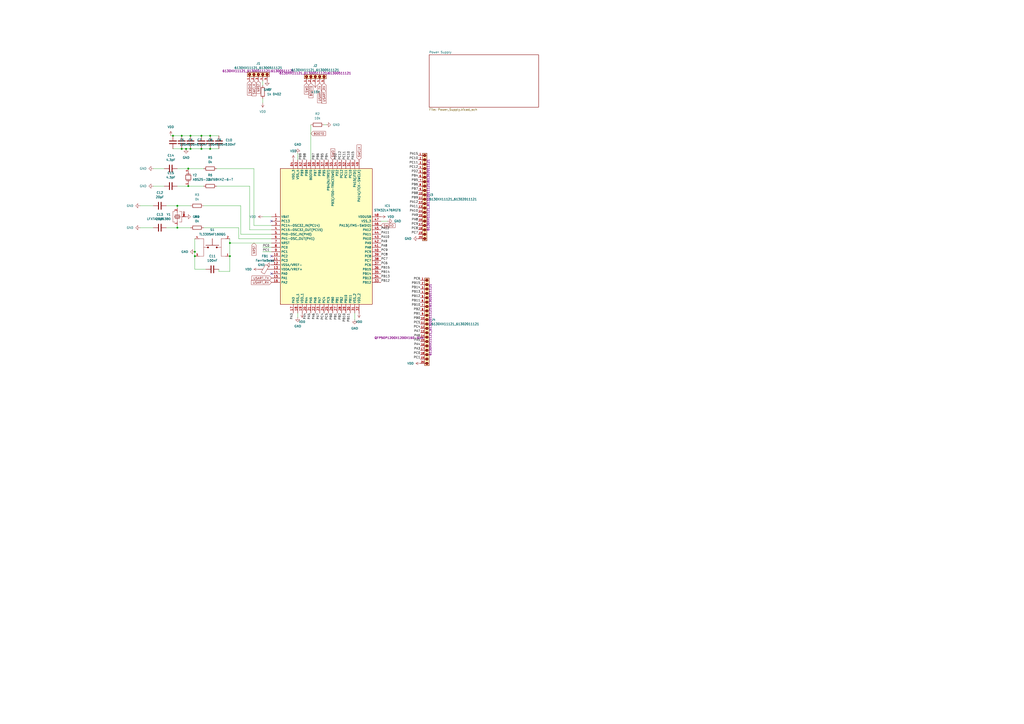
<source format=kicad_sch>
(kicad_sch (version 20231120) (generator "eeschema") (generator_version "8.0")
  (paper "A2")
  (lib_symbols
    (symbol "6130XX11121_61300511121:6130XX11121_61300511121" (pin_names (offset 1.016))
      (property "Reference" "J" (at -7.62 -1.778 0))
      (property "Value" "6130XX11121_61300511121" (at -7.62 -5.08 0))
      (symbol "6130XX11121_61300511121_0_0"
        (rectangle (start -6.35 -2.54) (end 6.35 0) (stroke (width 0.254)) (fill (type background)))
        (circle (center -5.08 -1.27) (radius 0.254) (stroke (width 0.635)))
        (circle (center -2.54 -1.27) (radius 0.254) (stroke (width 0.635)))
        (circle (center 0 -1.27) (radius 0.254) (stroke (width 0.635)))
        (polyline (pts (xy -5.08 -1.27) (xy -5.08 -2.54)) (stroke (width 0.254)))
        (polyline (pts (xy -2.54 -1.27) (xy -2.54 -2.54)) (stroke (width 0.254)))
        (polyline (pts (xy 0 -1.27) (xy 0 -2.54)) (stroke (width 0.254)))
        (polyline (pts (xy 2.54 -1.27) (xy 2.54 -2.54)) (stroke (width 0.254)))
        (polyline (pts (xy 5.08 -1.27) (xy 5.08 -2.54)) (stroke (width 0.254)))
        (circle (center 2.54 -1.27) (radius 0.254) (stroke (width 0.635)))
        (circle (center 5.08 -1.27) (radius 0.254) (stroke (width 0.635)))
        (pin passive line (at -5.08 -5.08 90) (length 2.54) (name "~") (number "1"))
        (pin passive line (at -2.54 -5.08 90) (length 2.54) (name "~") (number "2"))
        (pin passive line (at 0 -5.08 90) (length 2.54) (name "~") (number "3"))
        (pin passive line (at 2.54 -5.08 90) (length 2.54) (name "~") (number "4"))
        (pin passive line (at 5.08 -5.08 90) (length 2.54) (name "~") (number "5"))
      )
    )
    (symbol "6130XX11121_61302011121:6130XX11121_61302011121" (pin_names (offset 1.016))
      (property "Reference" "J" (at -25.4 -1.778 0))
      (property "Value" "6130XX11121_61302011121" (at -25.4 -5.08 0))
      (symbol "6130XX11121_61302011121_0_0"
        (rectangle (start -24.13 -2.54) (end 26.67 0) (stroke (width 0.254)) (fill (type background)))
        (circle (center -22.86 -1.27) (radius 0.254) (stroke (width 0.635)))
        (circle (center -20.32 -1.27) (radius 0.254) (stroke (width 0.635)))
        (circle (center -17.78 -1.27) (radius 0.254) (stroke (width 0.635)))
        (circle (center -15.24 -1.27) (radius 0.254) (stroke (width 0.635)))
        (circle (center -12.7 -1.27) (radius 0.254) (stroke (width 0.635)))
        (circle (center -10.16 -1.27) (radius 0.254) (stroke (width 0.635)))
        (circle (center -7.62 -1.27) (radius 0.254) (stroke (width 0.635)))
        (circle (center -5.08 -1.27) (radius 0.254) (stroke (width 0.635)))
        (circle (center -2.54 -1.27) (radius 0.254) (stroke (width 0.635)))
        (circle (center 0 -1.27) (radius 0.254) (stroke (width 0.635)))
        (polyline (pts (xy -22.86 -1.27) (xy -22.86 -2.54)) (stroke (width 0.254)))
        (polyline (pts (xy -20.32 -1.27) (xy -20.32 -2.54)) (stroke (width 0.254)))
        (polyline (pts (xy -17.78 -1.27) (xy -17.78 -2.54)) (stroke (width 0.254)))
        (polyline (pts (xy -15.24 -1.27) (xy -15.24 -2.54)) (stroke (width 0.254)))
        (polyline (pts (xy -12.7 -1.27) (xy -12.7 -2.54)) (stroke (width 0.254)))
        (polyline (pts (xy -10.16 -1.27) (xy -10.16 -2.54)) (stroke (width 0.254)))
        (polyline (pts (xy -7.62 -1.27) (xy -7.62 -2.54)) (stroke (width 0.254)))
        (polyline (pts (xy -5.08 -1.27) (xy -5.08 -2.54)) (stroke (width 0.254)))
        (polyline (pts (xy -2.54 -1.27) (xy -2.54 -2.54)) (stroke (width 0.254)))
        (polyline (pts (xy 0 -1.27) (xy 0 -2.54)) (stroke (width 0.254)))
        (polyline (pts (xy 2.54 -1.27) (xy 2.54 -2.54)) (stroke (width 0.254)))
        (polyline (pts (xy 5.08 -1.27) (xy 5.08 -2.54)) (stroke (width 0.254)))
        (polyline (pts (xy 7.62 -1.27) (xy 7.62 -2.54)) (stroke (width 0.254)))
        (polyline (pts (xy 10.16 -1.27) (xy 10.16 -2.54)) (stroke (width 0.254)))
        (polyline (pts (xy 12.7 -1.27) (xy 12.7 -2.54)) (stroke (width 0.254)))
        (polyline (pts (xy 15.24 -1.27) (xy 15.24 -2.54)) (stroke (width 0.254)))
        (polyline (pts (xy 17.78 -1.27) (xy 17.78 -2.54)) (stroke (width 0.254)))
        (polyline (pts (xy 20.32 -1.27) (xy 20.32 -2.54)) (stroke (width 0.254)))
        (polyline (pts (xy 22.86 -1.27) (xy 22.86 -2.54)) (stroke (width 0.254)))
        (polyline (pts (xy 25.4 -1.27) (xy 25.4 -2.54)) (stroke (width 0.254)))
        (circle (center 2.54 -1.27) (radius 0.254) (stroke (width 0.635)))
        (circle (center 5.08 -1.27) (radius 0.254) (stroke (width 0.635)))
        (circle (center 7.62 -1.27) (radius 0.254) (stroke (width 0.635)))
        (circle (center 10.16 -1.27) (radius 0.254) (stroke (width 0.635)))
        (circle (center 12.7 -1.27) (radius 0.254) (stroke (width 0.635)))
        (circle (center 15.24 -1.27) (radius 0.254) (stroke (width 0.635)))
        (circle (center 17.78 -1.27) (radius 0.254) (stroke (width 0.635)))
        (circle (center 20.32 -1.27) (radius 0.254) (stroke (width 0.635)))
        (circle (center 22.86 -1.27) (radius 0.254) (stroke (width 0.635)))
        (circle (center 25.4 -1.27) (radius 0.254) (stroke (width 0.635)))
        (pin passive line (at -22.86 -5.08 90) (length 2.54) (name "~") (number "1"))
        (pin passive line (at 0 -5.08 90) (length 2.54) (name "~") (number "10"))
        (pin passive line (at 2.54 -5.08 90) (length 2.54) (name "~") (number "11"))
        (pin passive line (at 5.08 -5.08 90) (length 2.54) (name "~") (number "12"))
        (pin passive line (at 7.62 -5.08 90) (length 2.54) (name "~") (number "13"))
        (pin passive line (at 10.16 -5.08 90) (length 2.54) (name "~") (number "14"))
        (pin passive line (at 12.7 -5.08 90) (length 2.54) (name "~") (number "15"))
        (pin passive line (at 15.24 -5.08 90) (length 2.54) (name "~") (number "16"))
        (pin passive line (at 17.78 -5.08 90) (length 2.54) (name "~") (number "17"))
        (pin passive line (at 20.32 -5.08 90) (length 2.54) (name "~") (number "18"))
        (pin passive line (at 22.86 -5.08 90) (length 2.54) (name "~") (number "19"))
        (pin passive line (at -20.32 -5.08 90) (length 2.54) (name "~") (number "2"))
        (pin passive line (at 25.4 -5.08 90) (length 2.54) (name "~") (number "20"))
        (pin passive line (at -17.78 -5.08 90) (length 2.54) (name "~") (number "3"))
        (pin passive line (at -15.24 -5.08 90) (length 2.54) (name "~") (number "4"))
        (pin passive line (at -12.7 -5.08 90) (length 2.54) (name "~") (number "5"))
        (pin passive line (at -10.16 -5.08 90) (length 2.54) (name "~") (number "6"))
        (pin passive line (at -7.62 -5.08 90) (length 2.54) (name "~") (number "7"))
        (pin passive line (at -5.08 -5.08 90) (length 2.54) (name "~") (number "8"))
        (pin passive line (at -2.54 -5.08 90) (length 2.54) (name "~") (number "9"))
      )
    )
    (symbol "ABS25-32.768KHZ-6-T:ABS25-32.768KHZ-6-T" (pin_names (offset 1.016))
      (property "Reference" "Y" (at -2.5423 3.1779 0))
      (property "Value" "ABS25-32.768KHZ-6-T" (at -2.5438 -5.0876 0))
      (symbol "ABS25-32.768KHZ-6-T_0_0"
        (polyline (pts (xy -1.905 0) (xy -2.54 0)) (stroke (width 0.254)))
        (polyline (pts (xy -1.905 1.27) (xy -1.905 -1.27)) (stroke (width 0.254)))
        (polyline (pts (xy -1.27 -1.524) (xy -1.27 1.524)) (stroke (width 0.254)))
        (polyline (pts (xy -1.27 1.524) (xy 1.27 1.524)) (stroke (width 0.254)))
        (polyline (pts (xy 1.27 -1.524) (xy -1.27 -1.524)) (stroke (width 0.254)))
        (polyline (pts (xy 1.27 1.524) (xy 1.27 -1.524)) (stroke (width 0.254)))
        (polyline (pts (xy 1.905 0) (xy 2.54 0)) (stroke (width 0.254)))
        (polyline (pts (xy 1.905 1.27) (xy 1.905 -1.27)) (stroke (width 0.254)))
        (pin passive line (at -5.08 0 0) (length 2.54) (name "~") (number "1"))
        (pin passive line (at 5.08 0 180) (length 2.54) (name "~") (number "4"))
      )
    )
    (symbol "Device:C" (pin_numbers hide) (pin_names (offset 0.254))
      (property "Reference" "C" (at 0.635 2.54 0))
      (property "Value" "C" (at 0.635 -2.54 0))
      (symbol "C_0_1"
        (polyline (pts (xy -2.032 -0.762) (xy 2.032 -0.762)) (stroke (width 0.508)))
        (polyline (pts (xy -2.032 0.762) (xy 2.032 0.762)) (stroke (width 0.508)))
      )
      (symbol "C_1_1"
        (pin passive line (at 0 3.81 270) (length 2.794) (name "~") (number "1"))
        (pin passive line (at 0 -3.81 90) (length 2.794) (name "~") (number "2"))
      )
    )
    (symbol "Device:FerriteBead" (pin_numbers hide) (pin_names (offset 0))
      (property "Reference" "FB" (at -3.81 0.635 90))
      (property "Value" "FerriteBead" (at 3.81 0 90))
      (symbol "FerriteBead_0_1"
        (polyline (pts (xy 0 -1.27) (xy 0 -1.2192)))
        (polyline (pts (xy 0 1.27) (xy 0 1.2954)))
        (polyline (pts (xy -2.7686 0.4064) (xy -1.7018 2.2606) (xy 2.7686 -0.3048) (xy 1.6764 -2.159) (xy -2.7686 0.4064)))
      )
      (symbol "FerriteBead_1_1"
        (pin passive line (at 0 3.81 270) (length 2.54) (name "~") (number "1"))
        (pin passive line (at 0 -3.81 90) (length 2.54) (name "~") (number "2"))
      )
    )
    (symbol "Device:R" (pin_numbers hide) (pin_names (offset 0))
      (property "Reference" "R" (at 2.032 0 90))
      (property "Value" "R" (at 0 0 90))
      (symbol "R_0_1"
        (rectangle (start -1.016 -2.54) (end 1.016 2.54) (stroke (width 0.254)))
      )
      (symbol "R_1_1"
        (pin passive line (at 0 3.81 270) (length 1.27) (name "~") (number "1"))
        (pin passive line (at 0 -3.81 90) (length 1.27) (name "~") (number "2"))
      )
    )
    (symbol "LFXTAL026380:LFXTAL026380" (pin_names (offset 1.016))
      (property "Reference" "Y" (at 0 3.302 0))
      (property "Value" "LFXTAL026380" (at 3.81 -1.778 0))
      (symbol "LFXTAL026380_0_0"
        (polyline (pts (xy -3.048 -1.27) (xy -3.048 -2.54)) (stroke (width 0.1524)))
        (polyline (pts (xy -3.048 2.54) (xy -3.048 1.27)) (stroke (width 0.1524)))
        (polyline (pts (xy -3.048 2.54) (xy 3.048 2.54)) (stroke (width 0.1524)))
        (polyline (pts (xy -2.54 0) (xy -1.016 0)) (stroke (width 0.1524)))
        (polyline (pts (xy -1.016 0) (xy -1.016 -1.378)) (stroke (width 0.254)))
        (polyline (pts (xy -1.016 1.378) (xy -1.016 0)) (stroke (width 0.254)))
        (polyline (pts (xy -0.381 -1.524) (xy 0.381 -1.524)) (stroke (width 0.254)))
        (polyline (pts (xy -0.381 1.524) (xy -0.381 -1.524)) (stroke (width 0.254)))
        (polyline (pts (xy 0.381 -1.524) (xy 0.381 1.524)) (stroke (width 0.254)))
        (polyline (pts (xy 0.381 1.524) (xy -0.381 1.524)) (stroke (width 0.254)))
        (polyline (pts (xy 1.016 0) (xy 1.016 -1.378)) (stroke (width 0.254)))
        (polyline (pts (xy 1.016 0) (xy 2.54 0)) (stroke (width 0.1524)))
        (polyline (pts (xy 1.016 1.378) (xy 1.016 0)) (stroke (width 0.254)))
        (polyline (pts (xy 3.048 -2.54) (xy -3.048 -2.54)) (stroke (width 0.1524)))
        (polyline (pts (xy 3.048 -2.54) (xy 3.048 -1.27)) (stroke (width 0.1524)))
        (polyline (pts (xy 3.048 2.54) (xy 3.048 1.27)) (stroke (width 0.1524)))
        (text "GND" (at 0.508 -4.318 0) (effects (font (size 0.8128 0.8128)) (justify left bottom)))
        (pin passive line (at -5.08 0 0) (length 2.54) (name "~") (number "1"))
        (pin passive line (at 0 -5.08 90) (length 2.54) (name "~") (number "2"))
        (pin passive line (at 5.08 0 180) (length 2.54) (name "~") (number "3"))
        (pin passive line (at 0 -5.08 90) (length 2.54) (name "~") (number "4"))
      )
    )
    (symbol "STM32L476RGT6:STM32L476RGT6"
      (property "Reference" "IC" (at 59.69 33.02 0))
      (property "Value" "STM32L476RGT6" (at 59.69 30.48 0))
      (symbol "STM32L476RGT6_1_1"
        (rectangle (start 5.08 27.94) (end 58.42 -50.8) (stroke (width 0.254)) (fill (type background)))
        (pin passive line (at 0 0 0) (length 5.08) (name "VBAT") (number "1"))
        (pin passive line (at 0 -22.86 0) (length 5.08) (name "PC2") (number "10"))
        (pin passive line (at 0 -25.4 0) (length 5.08) (name "PC3") (number "11"))
        (pin passive line (at 0 -27.94 0) (length 5.08) (name "VSSA/VREF-") (number "12"))
        (pin passive line (at 0 -30.48 0) (length 5.08) (name "VDDA/VREF+") (number "13"))
        (pin passive line (at 0 -33.02 0) (length 5.08) (name "PA0") (number "14"))
        (pin passive line (at 0 -35.56 0) (length 5.08) (name "PA1") (number "15"))
        (pin passive line (at 0 -38.1 0) (length 5.08) (name "PA2") (number "16"))
        (pin passive line (at 12.7 -55.88 90) (length 5.08) (name "PA3") (number "17"))
        (pin passive line (at 15.24 -55.88 90) (length 5.08) (name "VSS_1") (number "18"))
        (pin passive line (at 17.78 -55.88 90) (length 5.08) (name "VDD_1") (number "19"))
        (pin passive line (at 0 -2.54 0) (length 5.08) (name "PC13") (number "2"))
        (pin passive line (at 20.32 -55.88 90) (length 5.08) (name "PA4") (number "20"))
        (pin passive line (at 22.86 -55.88 90) (length 5.08) (name "PA5") (number "21"))
        (pin passive line (at 25.4 -55.88 90) (length 5.08) (name "PA6") (number "22"))
        (pin passive line (at 27.94 -55.88 90) (length 5.08) (name "PA7") (number "23"))
        (pin passive line (at 30.48 -55.88 90) (length 5.08) (name "PC4") (number "24"))
        (pin passive line (at 33.02 -55.88 90) (length 5.08) (name "PC5") (number "25"))
        (pin passive line (at 35.56 -55.88 90) (length 5.08) (name "PB0") (number "26"))
        (pin passive line (at 38.1 -55.88 90) (length 5.08) (name "PB1") (number "27"))
        (pin passive line (at 40.64 -55.88 90) (length 5.08) (name "PB2") (number "28"))
        (pin passive line (at 43.18 -55.88 90) (length 5.08) (name "PB10") (number "29"))
        (pin passive line (at 0 -5.08 0) (length 5.08) (name "PC14-OSC32_IN(PC14)") (number "3"))
        (pin passive line (at 45.72 -55.88 90) (length 5.08) (name "PB11") (number "30"))
        (pin passive line (at 48.26 -55.88 90) (length 5.08) (name "VSS_2") (number "31"))
        (pin passive line (at 50.8 -55.88 90) (length 5.08) (name "VDD_2") (number "32"))
        (pin passive line (at 63.5 -38.1 180) (length 5.08) (name "PB12") (number "33"))
        (pin passive line (at 63.5 -35.56 180) (length 5.08) (name "PB13") (number "34"))
        (pin passive line (at 63.5 -33.02 180) (length 5.08) (name "PB14") (number "35"))
        (pin passive line (at 63.5 -30.48 180) (length 5.08) (name "PB15") (number "36"))
        (pin passive line (at 63.5 -27.94 180) (length 5.08) (name "PC6") (number "37"))
        (pin passive line (at 63.5 -25.4 180) (length 5.08) (name "PC7") (number "38"))
        (pin passive line (at 63.5 -22.86 180) (length 5.08) (name "PC8") (number "39"))
        (pin passive line (at 0 -7.62 0) (length 5.08) (name "PC15-OSC32_OUT(PC15)") (number "4"))
        (pin passive line (at 63.5 -20.32 180) (length 5.08) (name "PC9") (number "40"))
        (pin passive line (at 63.5 -17.78 180) (length 5.08) (name "PA8") (number "41"))
        (pin passive line (at 63.5 -15.24 180) (length 5.08) (name "PA9") (number "42"))
        (pin passive line (at 63.5 -12.7 180) (length 5.08) (name "PA10") (number "43"))
        (pin passive line (at 63.5 -10.16 180) (length 5.08) (name "PA11") (number "44"))
        (pin passive line (at 63.5 -7.62 180) (length 5.08) (name "PA12") (number "45"))
        (pin passive line (at 63.5 -5.08 180) (length 5.08) (name "PA13(JTMS-SWDIO)") (number "46"))
        (pin passive line (at 63.5 -2.54 180) (length 5.08) (name "VSS_3") (number "47"))
        (pin passive line (at 63.5 0 180) (length 5.08) (name "VDDUSB") (number "48"))
        (pin passive line (at 50.8 33.02 270) (length 5.08) (name "PA14(JTCK-SWCLK)") (number "49"))
        (pin passive line (at 0 -10.16 0) (length 5.08) (name "PH0-OSC_IN(PH0)") (number "5"))
        (pin passive line (at 48.26 33.02 270) (length 5.08) (name "PA15(JTDI)") (number "50"))
        (pin passive line (at 45.72 33.02 270) (length 5.08) (name "PC10") (number "51"))
        (pin passive line (at 43.18 33.02 270) (length 5.08) (name "PC11") (number "52"))
        (pin passive line (at 40.64 33.02 270) (length 5.08) (name "PC12") (number "53"))
        (pin passive line (at 38.1 33.02 270) (length 5.08) (name "PD2") (number "54"))
        (pin passive line (at 35.56 33.02 270) (length 5.08) (name "PB3(JTDO-TRACESWO)") (number "55"))
        (pin passive line (at 33.02 33.02 270) (length 5.08) (name "PB4(NJTRST)") (number "56"))
        (pin passive line (at 30.48 33.02 270) (length 5.08) (name "PB5") (number "57"))
        (pin passive line (at 27.94 33.02 270) (length 5.08) (name "PB6") (number "58"))
        (pin passive line (at 25.4 33.02 270) (length 5.08) (name "PB7") (number "59"))
        (pin passive line (at 0 -12.7 0) (length 5.08) (name "PH1-OSC_OUT(PH1)") (number "6"))
        (pin passive line (at 22.86 33.02 270) (length 5.08) (name "BOOT0") (number "60"))
        (pin passive line (at 20.32 33.02 270) (length 5.08) (name "PB8") (number "61"))
        (pin passive line (at 17.78 33.02 270) (length 5.08) (name "PB9") (number "62"))
        (pin passive line (at 15.24 33.02 270) (length 5.08) (name "VSS_4") (number "63"))
        (pin passive line (at 12.7 33.02 270) (length 5.08) (name "VDD_3") (number "64"))
        (pin passive line (at 0 -15.24 0) (length 5.08) (name "NRST") (number "7"))
        (pin passive line (at 0 -17.78 0) (length 5.08) (name "PC0") (number "8"))
        (pin passive line (at 0 -20.32 0) (length 5.08) (name "PC1") (number "9"))
      )
    )
    (symbol "TL3305AF160QG:TL3305AF160QG" (pin_names (offset 1.016))
      (property "Reference" "S" (at -5.08 8.89 0))
      (property "Value" "TL3305AF160QG" (at -5.08 -7.62 0))
      (symbol "TL3305AF160QG_0_0"
        (circle (center -2.54 0) (radius 0.254) (stroke (width 0.508)))
        (polyline (pts (xy -7.62 -5.08) (xy -5.08 -5.08)) (stroke (width 0.1524)))
        (polyline (pts (xy -7.62 5.08) (xy -5.08 5.08)) (stroke (width 0.1524)))
        (polyline (pts (xy -5.08 -5.08) (xy -5.08 5.08)) (stroke (width 0.1524)))
        (polyline (pts (xy -5.08 0) (xy -2.54 0)) (stroke (width 0.1524)))
        (polyline (pts (xy -3.81 1.27) (xy 0 1.27)) (stroke (width 0.254)))
        (polyline (pts (xy 0 1.27) (xy 0 5.08)) (stroke (width 0.254)))
        (polyline (pts (xy 0 1.27) (xy 3.81 1.27)) (stroke (width 0.254)))
        (polyline (pts (xy 5.08 -5.08) (xy 5.08 5.08)) (stroke (width 0.1524)))
        (polyline (pts (xy 5.08 0) (xy 2.54 0)) (stroke (width 0.1524)))
        (polyline (pts (xy 5.08 5.08) (xy 7.62 5.08)) (stroke (width 0.1524)))
        (polyline (pts (xy 7.62 -5.08) (xy 5.08 -5.08)) (stroke (width 0.1524)))
        (circle (center 2.54 0) (radius 0.254) (stroke (width 0.508)))
        (pin passive line (at 10.16 -5.08 180) (length 2.54) (name "~") (number "1"))
        (pin passive line (at 10.16 5.08 180) (length 2.54) (name "~") (number "2"))
        (pin passive line (at -10.16 -5.08 0) (length 2.54) (name "~") (number "3"))
        (pin passive line (at -10.16 5.08 0) (length 2.54) (name "~") (number "4"))
      )
    )
    (symbol "power:+15V" (power) (pin_numbers hide) (pin_names (offset 0) hide)
      (property "Value" "+15V" (at 0 3.556 0))
      (symbol "+15V_0_1"
        (polyline (pts (xy -0.762 1.27) (xy 0 2.54)))
        (polyline (pts (xy 0 0) (xy 0 2.54)))
        (polyline (pts (xy 0 2.54) (xy 0.762 1.27)))
      )
      (symbol "+15V_1_1"
        (pin power_in line (at 0 0 90) (length 0) (name "~") (number "1"))
      )
    )
    (symbol "power:GND" (power) (pin_numbers hide) (pin_names (offset 0) hide)
      (property "Value" "GND" (at 0 -3.81 0))
      (symbol "GND_0_1"
        (polyline (pts (xy 0 0) (xy 0 -1.27) (xy 1.27 -1.27) (xy 0 -2.54) (xy -1.27 -1.27) (xy 0 -1.27)))
      )
      (symbol "GND_1_1"
        (pin power_in line (at 0 0 270) (length 0) (name "~") (number "1"))
      )
    )
    (symbol "power:VDD" (power) (pin_numbers hide) (pin_names (offset 0) hide)
      (property "Value" "VDD" (at 0 3.556 0))
      (symbol "VDD_0_1"
        (polyline (pts (xy -0.762 1.27) (xy 0 2.54)))
        (polyline (pts (xy 0 0) (xy 0 2.54)))
        (polyline (pts (xy 0 2.54) (xy 0.762 1.27)))
      )
      (symbol "VDD_1_1"
        (pin power_in line (at 0 0 90) (length 0) (name "~") (number "1"))
      )
    )
  )
  (junction (at 100.33 78.74))
  (junction (at 109.22 107.95))
  (junction (at 121.92 78.74))
  (junction (at 116.84 78.74))
  (junction (at 133.35 148.59))
  (junction (at 105.41 78.74))
  (junction (at 133.35 140.97))
  (junction (at 121.92 86.36))
  (junction (at 113.03 146.05))
  (junction (at 102.87 132.08))
  (junction (at 102.87 119.38))
  (junction (at 105.41 86.36))
  (junction (at 110.49 86.36))
  (junction (at 116.84 86.36))
  (junction (at 109.22 97.79))
  (junction (at 110.49 78.74))
  (junction (at 113.03 148.59))
  (junction (at 107.95 86.36))
  (no_connect (at 157.48 128.27))
  (no_connect (at 157.48 148.59))
  (no_connect (at 157.48 158.75))
  (no_connect (at 157.48 151.13))
  (wire (pts (xy 109.22 97.79) (xy 118.11 97.79)))
  (wire (pts (xy 88.9 107.95) (xy 95.25 107.95)))
  (wire (pts (xy 152.4 46.99) (xy 152.4 49.53)))
  (wire (pts (xy 121.92 78.74) (xy 127 78.74)))
  (wire (pts (xy 138.43 138.43) (xy 157.48 138.43)))
  (wire (pts (xy 110.49 86.36) (xy 116.84 86.36)))
  (wire (pts (xy 118.11 119.38) (xy 139.7 119.38)))
  (wire (pts (xy 116.84 86.36) (xy 121.92 86.36)))
  (wire (pts (xy 81.28 119.38) (xy 88.9 119.38)))
  (wire (pts (xy 102.87 120.65) (xy 102.87 119.38)))
  (wire (pts (xy 125.73 97.79) (xy 147.32 97.79)))
  (wire (pts (xy 88.9 97.79) (xy 95.25 97.79)))
  (wire (pts (xy 139.7 135.89) (xy 157.48 135.89)))
  (wire (pts (xy 139.7 119.38) (xy 139.7 135.89)))
  (wire (pts (xy 144.78 107.95) (xy 144.78 133.35)))
  (wire (pts (xy 172.72 184.15) (xy 172.72 181.61)))
  (wire (pts (xy 102.87 97.79) (xy 109.22 97.79)))
  (wire (pts (xy 102.87 130.81) (xy 102.87 132.08)))
  (wire (pts (xy 152.4 57.15) (xy 152.4 59.69)))
  (wire (pts (xy 81.28 132.08) (xy 88.9 132.08)))
  (wire (pts (xy 144.78 133.35) (xy 157.48 133.35)))
  (wire (pts (xy 205.74 185.42) (xy 205.74 181.61)))
  (wire (pts (xy 152.4 143.51) (xy 157.48 143.51)))
  (wire (pts (xy 116.84 78.74) (xy 121.92 78.74)))
  (wire (pts (xy 180.34 72.39) (xy 180.34 92.71)))
  (wire (pts (xy 107.95 86.36) (xy 110.49 86.36)))
  (wire (pts (xy 187.96 72.39) (xy 189.23 72.39)))
  (wire (pts (xy 102.87 119.38) (xy 96.52 119.38)))
  (wire (pts (xy 147.32 130.81) (xy 157.48 130.81)))
  (wire (pts (xy 133.35 140.97) (xy 133.35 148.59)))
  (wire (pts (xy 138.43 132.08) (xy 138.43 138.43)))
  (wire (pts (xy 119.38 156.21) (xy 113.03 156.21)))
  (wire (pts (xy 152.4 125.73) (xy 157.48 125.73)))
  (wire (pts (xy 125.73 107.95) (xy 144.78 107.95)))
  (wire (pts (xy 109.22 107.95) (xy 118.11 107.95)))
  (wire (pts (xy 102.87 107.95) (xy 109.22 107.95)))
  (wire (pts (xy 133.35 140.97) (xy 133.35 138.43)))
  (wire (pts (xy 110.49 78.74) (xy 116.84 78.74)))
  (wire (pts (xy 100.33 86.36) (xy 105.41 86.36)))
  (wire (pts (xy 99.06 78.74) (xy 100.33 78.74)))
  (wire (pts (xy 100.33 78.74) (xy 105.41 78.74)))
  (wire (pts (xy 113.03 146.05) (xy 113.03 148.59)))
  (wire (pts (xy 102.87 119.38) (xy 110.49 119.38)))
  (wire (pts (xy 133.35 140.97) (xy 157.48 140.97)))
  (wire (pts (xy 105.41 78.74) (xy 110.49 78.74)))
  (wire (pts (xy 118.11 132.08) (xy 138.43 132.08)))
  (wire (pts (xy 152.4 146.05) (xy 157.48 146.05)))
  (wire (pts (xy 133.35 157.48) (xy 127 157.48)))
  (wire (pts (xy 133.35 148.59) (xy 133.35 157.48)))
  (wire (pts (xy 147.32 97.79) (xy 147.32 130.81)))
  (wire (pts (xy 113.03 138.43) (xy 113.03 146.05)))
  (wire (pts (xy 224.79 128.27) (xy 220.98 128.27)))
  (wire (pts (xy 172.72 88.9) (xy 172.72 92.71)))
  (wire (pts (xy 127 157.48) (xy 127 156.21)))
  (wire (pts (xy 96.52 132.08) (xy 102.87 132.08)))
  (wire (pts (xy 102.87 132.08) (xy 110.49 132.08)))
  (wire (pts (xy 121.92 86.36) (xy 127 86.36)))
  (wire (pts (xy 105.41 86.36) (xy 107.95 86.36)))
  (wire (pts (xy 113.03 156.21) (xy 113.03 148.59)))
  (label "PB6" (at 185.42 92.71 90))
  (label "PB15" (at 243.84 165.1 180))
  (label "PB13" (at 220.98 161.29 0))
  (label "PB0" (at 193.04 181.61 270))
  (label "PB7" (at 242.57 110.49 180))
  (label "PC1" (at 243.84 208.28 180))
  (label "PC9" (at 242.57 130.81 180))
  (label "PA3" (at 170.18 181.61 270))
  (label "PA5" (at 243.84 198.12 180))
  (label "PA8" (at 242.57 128.27 180))
  (label "PB1" (at 195.58 181.61 270))
  (label "PC5" (at 190.5 181.61 270))
  (label "PB8" (at 242.57 113.03 180))
  (label "PC0" (at 152.4 143.51 0))
  (label "PC8" (at 220.98 148.59 0))
  (label "PC1" (at 152.4 146.05 0))
  (label "PB11" (at 243.84 175.26 180))
  (label "PB8" (at 177.8 92.71 90))
  (label "PC7" (at 242.57 135.89 180))
  (label "PB15" (at 220.98 156.21 0))
  (label "PB12" (at 243.84 172.72 180))
  (label "PB2" (at 243.84 180.34 180))
  (label "PA5" (at 180.34 181.61 270))
  (label "PB11" (at 203.2 181.61 270))
  (label "PB7" (at 182.88 92.71 90))
  (label "PC12" (at 198.12 92.71 90))
  (label "PC0" (at 243.84 205.74 180))
  (label "PC6" (at 243.84 162.56 180))
  (label "PA6" (at 243.84 195.58 180))
  (label "PB13" (at 243.84 170.18 180))
  (label "PA7" (at 243.84 193.04 180))
  (label "PB4" (at 190.5 92.71 90))
  (label "PA8" (at 220.98 143.51 0))
  (label "PD2" (at 195.58 92.71 90))
  (label "PB5" (at 242.57 105.41 180))
  (label "PA9" (at 242.57 125.73 180))
  (label "PD2" (at 242.57 100.33 180))
  (label "PC7" (at 220.98 151.13 0))
  (label "PB9" (at 175.26 92.71 90))
  (label "PC4" (at 187.96 181.61 270))
  (label "PB12" (at 220.98 163.83 0))
  (label "PB10" (at 200.66 181.61 270))
  (label "PA7" (at 185.42 181.61 270))
  (label "PC11" (at 200.66 92.71 90))
  (label "PB4" (at 242.57 102.87 180))
  (label "PC9" (at 220.98 146.05 0))
  (label "PA15" (at 242.57 90.17 180))
  (label "PA4" (at 177.8 181.61 270))
  (label "PB10" (at 243.84 177.8 180))
  (label "PC4" (at 243.84 190.5 180))
  (label "PB2" (at 198.12 181.61 270))
  (label "PA3" (at 243.84 203.2 180))
  (label "PC12" (at 242.57 97.79 180))
  (label "PB14" (at 220.98 158.75 0))
  (label "PA4" (at 243.84 200.66 180))
  (label "PA11" (at 220.98 135.89 0))
  (label "PA10" (at 220.98 138.43 0))
  (label "PA12" (at 242.57 118.11 180))
  (label "PB6" (at 242.57 107.95 180))
  (label "PB14" (at 243.84 167.64 180))
  (label "PC5" (at 243.84 187.96 180))
  (label "PB9" (at 242.57 115.57 180))
  (label "PC11" (at 242.57 95.25 180))
  (label "PA9" (at 220.98 140.97 0))
  (label "PA12" (at 220.98 133.35 0))
  (label "PC10" (at 242.57 92.71 180))
  (label "PC6" (at 220.98 153.67 0))
  (label "PC8" (at 242.57 133.35 180))
  (label "PC10" (at 203.2 92.71 90))
  (label "PB0" (at 243.84 185.42 180))
  (label "PA6" (at 182.88 181.61 270))
  (label "PA11" (at 242.57 120.65 180))
  (label "PA10" (at 242.57 123.19 180))
  (label "PB1" (at 243.84 182.88 180))
  (label "PB5" (at 187.96 92.71 90))
  (label "PA15" (at 205.74 92.71 90))
  (global_label "BOOT0" (shape input) (at 180.34 77.47 0) (property "Intersheetrefs" "${INTERSHEET_REFS}" (effects (hide yes))))
  (global_label "BOOT0" (shape input) (at 180.34 48.26 270) (property "Intersheetrefs" "${INTERSHEET_REFS}" (effects (hide yes))))
  (global_label "USART_RX" (shape input) (at 157.48 163.83 180) (property "Intersheetrefs" "${INTERSHEET_REFS}" (effects (hide yes))))
  (global_label "SWCLK" (shape input) (at 208.28 92.71 90) (property "Intersheetrefs" "${INTERSHEET_REFS}" (effects (hide yes))))
  (global_label "SWO" (shape input) (at 193.04 92.71 90) (property "Intersheetrefs" "${INTERSHEET_REFS}" (effects (hide yes))))
  (global_label "USART_TX" (shape input) (at 157.48 161.29 180) (property "Intersheetrefs" "${INTERSHEET_REFS}" (effects (hide yes))))
  (global_label "SWO" (shape input) (at 177.8 48.26 270) (property "Intersheetrefs" "${INTERSHEET_REFS}" (effects (hide yes))))
  (global_label "NRST" (shape input) (at 147.32 140.97 270) (property "Intersheetrefs" "${INTERSHEET_REFS}" (effects (hide yes))))
  (global_label "SWCLK" (shape input) (at 147.32 46.99 270) (property "Intersheetrefs" "${INTERSHEET_REFS}" (effects (hide yes))))
  (global_label "SWDIO" (shape input) (at 144.78 46.99 270) (property "Intersheetrefs" "${INTERSHEET_REFS}" (effects (hide yes))))
  (global_label "USART_RX" (shape input) (at 187.96 48.26 270) (property "Intersheetrefs" "${INTERSHEET_REFS}" (effects (hide yes))))
  (global_label "USART_TX" (shape input) (at 185.42 48.26 270) (property "Intersheetrefs" "${INTERSHEET_REFS}" (effects (hide yes))))
  (global_label "SWDIO" (shape input) (at 220.98 130.81 0) (property "Intersheetrefs" "${INTERSHEET_REFS}" (effects (hide yes))))
  (global_label "NRST" (shape input) (at 149.86 46.99 270) (property "Intersheetrefs" "${INTERSHEET_REFS}" (effects (hide yes))))
  (symbol (lib_id "power:VDD") (at 152.4 59.69 180) (unit 1)
    (property "Reference" "#PWR033" (effects (hide yes)))
    (property "Value" "VDD" (at 152.4 64.77 0))
    (property "Description" "Power symbol creates a global label with name \"VDD\"" (effects (hide yes)))
  )
  (symbol (lib_id "Device:R") (at 114.3 132.08 90) (unit 1)
    (property "Reference" "R4" (at 114.3 125.73 90))
    (property "Value" "0k" (at 114.3 128.27 90))
    (property "Footprint" "Resistor_SMD:R_0402_1005Metric" (effects (hide yes)))
    (property "Description" "Resistor" (effects (hide yes)))
  )
  (symbol (lib_id "power:GND") (at 88.9 97.79 270) (unit 1)
    (property "Reference" "#PWR031" (effects (hide yes)))
    (property "Value" "GND" (at 85.09 97.7899 90) (effects (justify right)))
    (property "Description" "Power symbol creates a global label with name \"GND\" , ground" (effects (hide yes)))
  )
  (symbol (lib_id "Device:C") (at 100.33 82.55 0) (unit 1)
    (property "Reference" "C5" (at 104.14 81.2799 0) (effects (justify left)))
    (property "Value" "100nF" (at 104.14 83.8199 0) (effects (justify left)))
    (property "Footprint" "Capacitor_SMD:C_0402_1005Metric" (effects (hide yes)))
    (property "Description" "Unpolarized capacitor" (effects (hide yes)))
  )
  (symbol (lib_id "ABS25-32.768KHZ-6-T:ABS25-32.768KHZ-6-T") (at 109.22 102.87 90) (unit 1)
    (property "Reference" "Y2" (at 111.76 101.5999 90) (effects (justify right)))
    (property "Value" "ABS25-32.768KHZ-6-T" (at 111.76 104.1399 90) (effects (justify right)))
    (property "Footprint" "ABS25_32_768KHZ_6_T:XTAL_ABS25-32.768KHZ-6-T" (effects (hide yes)))
    (property "STANDARD" "Manufacturer Recommendations" (effects (hide yes)))
    (property "MANUFACTURER" "ABRACON CORPORATION" (effects (hide yes)))
  )
  (symbol (lib_id "power:VDD") (at 170.18 92.71 0) (unit 1)
    (property "Reference" "#PWR015" (effects (hide yes)))
    (property "Value" "VDD" (at 170.18 87.63 0))
    (property "Description" "Power symbol creates a global label with name \"VDD\"" (effects (hide yes)))
  )
  (symbol (lib_id "power:GND") (at 154.94 46.99 0) (unit 1)
    (property "Reference" "#PWR034" (effects (hide yes)))
    (property "Value" "GND" (at 154.94 52.07 0))
    (property "Description" "Power symbol creates a global label with name \"GND\" , ground" (effects (hide yes)))
  )
  (symbol (lib_id "power:GND") (at 88.9 107.95 270) (unit 1)
    (property "Reference" "#PWR032" (effects (hide yes)))
    (property "Value" "GND" (at 85.09 107.9499 90) (effects (justify right)))
    (property "Description" "Power symbol creates a global label with name \"GND\" , ground" (effects (hide yes)))
  )
  (symbol (lib_id "power:VDD") (at 208.28 181.61 180) (unit 1)
    (property "Reference" "#PWR017" (effects (hide yes)))
    (property "Value" "VDD" (at 208.28 186.69 0))
    (property "Description" "Power symbol creates a global label with name \"VDD\"" (effects (hide yes)))
  )
  (symbol (lib_id "power:GND") (at 172.72 88.9 180) (unit 1)
    (property "Reference" "#PWR022" (effects (hide yes)))
    (property "Value" "GND" (at 172.72 83.82 0))
    (property "Description" "Power symbol creates a global label with name \"GND\" , ground" (effects (hide yes)))
  )
  (symbol (lib_id "Device:R") (at 184.15 72.39 90) (unit 1)
    (property "Reference" "R2" (at 184.15 66.04 90))
    (property "Value" "10k" (at 184.15 68.58 90))
    (property "Footprint" "Capacitor_SMD:C_0402_1005Metric" (effects (hide yes)))
    (property "Description" "Resistor" (effects (hide yes)))
  )
  (symbol (lib_id "Device:R") (at 121.92 97.79 90) (unit 1)
    (property "Reference" "R5" (at 121.92 91.44 90))
    (property "Value" "0k" (at 121.92 93.98 90))
    (property "Footprint" "Resistor_SMD:R_0402_1005Metric" (effects (hide yes)))
    (property "Description" "Resistor" (effects (hide yes)))
  )
  (symbol (lib_id "power:+15V") (at 182.88 48.26 180) (unit 1)
    (property "Reference" "#PWR037" (effects (hide yes)))
    (property "Value" "+15V" (at 182.88 53.34 0))
    (property "Description" "Power symbol creates a global label with name \"+15V\"" (effects (hide yes)))
  )
  (symbol (lib_id "power:VDD") (at 149.86 156.21 90) (unit 1)
    (property "Reference" "#PWR014" (effects (hide yes)))
    (property "Value" "VDD" (at 146.05 156.2099 90) (effects (justify left)))
    (property "Description" "Power symbol creates a global label with name \"VDD\"" (effects (hide yes)))
  )
  (symbol (lib_id "power:GND") (at 107.95 125.73 90) (unit 1)
    (property "Reference" "#PWR030" (effects (hide yes)))
    (property "Value" "GND" (at 111.76 125.7299 90) (effects (justify right)))
    (property "Description" "Power symbol creates a global label with name \"GND\" , ground" (effects (hide yes)))
  )
  (symbol (lib_id "Device:C") (at 92.71 132.08 90) (unit 1)
    (property "Reference" "C13" (at 92.71 124.46 90))
    (property "Value" "20pF" (at 92.71 127 90))
    (property "Footprint" "Capacitor_SMD:C_0201_0603Metric" (effects (hide yes)))
    (property "Description" "Unpolarized capacitor" (effects (hide yes)))
  )
  (symbol (lib_id "power:VDD") (at 243.84 210.82 90) (unit 1)
    (property "Reference" "#PWR035" (effects (hide yes)))
    (property "Value" "VDD" (at 240.03 210.8199 90) (effects (justify left)))
    (property "Description" "Power symbol creates a global label with name \"VDD\"" (effects (hide yes)))
  )
  (symbol (lib_id "power:GND") (at 205.74 185.42 0) (unit 1)
    (property "Reference" "#PWR020" (effects (hide yes)))
    (property "Value" "GND" (at 205.74 190.5 0))
    (property "Description" "Power symbol creates a global label with name \"GND\" , ground" (effects (hide yes)))
  )
  (symbol (lib_id "Device:C") (at 105.41 82.55 0) (unit 1)
    (property "Reference" "C6" (at 109.22 81.2799 0) (effects (justify left)))
    (property "Value" "100nF" (at 109.22 83.8199 0) (effects (justify left)))
    (property "Footprint" "Capacitor_SMD:C_0402_1005Metric" (effects (hide yes)))
    (property "Description" "Unpolarized capacitor" (effects (hide yes)))
  )
  (symbol (lib_id "Device:R") (at 152.4 53.34 0) (unit 1)
    (property "Reference" "R7" (at 154.94 52.0699 0) (effects (justify left)))
    (property "Value" "1k 0402" (at 154.94 54.6099 0) (effects (justify left)))
    (property "Footprint" "Diode_SMD:D_0402_1005Metric" (effects (hide yes)))
    (property "Description" "Resistor" (effects (hide yes)))
  )
  (symbol (lib_id "power:GND") (at 242.57 138.43 270) (unit 1)
    (property "Reference" "#PWR036" (effects (hide yes)))
    (property "Value" "GND" (at 238.76 138.4299 90) (effects (justify right)))
    (property "Description" "Power symbol creates a global label with name \"GND\" , ground" (effects (hide yes)))
  )
  (symbol (lib_id "Device:C") (at 99.06 97.79 90) (unit 1)
    (property "Reference" "C14" (at 99.06 90.17 90))
    (property "Value" "4.3pF" (at 99.06 92.71 90))
    (property "Footprint" "Capacitor_SMD:C_0201_0603Metric" (effects (hide yes)))
    (property "Description" "Unpolarized capacitor" (effects (hide yes)))
  )
  (symbol (lib_id "Device:R") (at 121.92 107.95 90) (unit 1)
    (property "Reference" "R6" (at 121.92 101.6 90))
    (property "Value" "0k" (at 121.92 104.14 90))
    (property "Footprint" "Resistor_SMD:R_0402_1005Metric" (effects (hide yes)))
    (property "Description" "Resistor" (effects (hide yes)))
  )
  (symbol (lib_id "power:GND") (at 157.48 153.67 270) (unit 1)
    (property "Reference" "#PWR025" (effects (hide yes)))
    (property "Value" "GND" (at 153.67 153.6699 90) (effects (justify right)))
    (property "Description" "Power symbol creates a global label with name \"GND\" , ground" (effects (hide yes)))
  )
  (symbol (lib_id "power:VDD") (at 99.06 78.74 0) (unit 1)
    (property "Reference" "#PWR023" (effects (hide yes)))
    (property "Value" "VDD" (at 99.06 73.66 0))
    (property "Description" "Power symbol creates a global label with name \"VDD\"" (effects (hide yes)))
  )
  (symbol (lib_id "Device:C") (at 99.06 107.95 90) (unit 1)
    (property "Reference" "C15" (at 99.06 100.33 90))
    (property "Value" "4.3pF" (at 99.06 102.87 90))
    (property "Footprint" "Capacitor_SMD:C_0201_0603Metric" (effects (hide yes)))
    (property "Description" "Unpolarized capacitor" (effects (hide yes)))
  )
  (symbol (lib_id "Device:FerriteBead") (at 153.67 156.21 270) (unit 1)
    (property "Reference" "FB1" (at 153.7208 148.59 90))
    (property "Value" "FerriteBead" (at 153.7208 151.13 90))
    (property "Footprint" "Capacitor_SMD:C_0402_1005Metric" (effects (hide yes)))
    (property "Description" "Ferrite bead" (effects (hide yes)))
  )
  (symbol (lib_id "STM32L476RGT6:STM32L476RGT6") (at 157.48 125.73 0) (unit 1)
    (property "Reference" "IC1" (at 224.79 119.4114 0))
    (property "Value" "STM32L476RGT6" (at 224.79 121.9514 0))
    (property "Footprint" "QFP50P1200X1200X160-64N" (at 217.17 195.25 0) (effects (justify left top)))
    (property "Datasheet" "https://www.st.com/resource/en/datasheet/stm32l476rg.pdf" (effects (hide yes)))
    (property "Description" "ARM MCU 32-bit 80MHz 1024KB  LQFP64 STMicroelectronics STM32L476RGT6, 32bit ARM Cortex M4 MCU, 80MHz, 1 MB Flash, 64-Pin LQFP" (effects (hide yes)))
    (property "Height" "1.6" (effects (hide yes)))
    (property "Manufacturer_Name" "STMicroelectronics" (effects (hide yes)))
    (property "Manufacturer_Part_Number" "STM32L476RGT6" (effects (hide yes)))
    (property "Mouser Part Number" "511-STM32L476RGT6" (effects (hide yes)))
    (property "Mouser Price/Stock" "https://www.mouser.co.uk/ProductDetail/STMicroelectronics/STM32L476RGT6?qs=o58qnh%2FCpu44V%252B7CaDZzCA%3D%3D" (effects (hide yes)))
    (property "Arrow Part Number" "STM32L476RGT6" (effects (hide yes)))
    (property "Arrow Price/Stock" "https://www.arrow.com/en/products/stm32l476rgt6/stmicroelectronics?utm_currency=USD&region=nac" (effects (hide yes)))
  )
  (symbol (lib_id "6130XX11121_61300511121:6130XX11121_61300511121") (at 182.88 43.18 0) (unit 1)
    (property "Reference" "J2" (at 182.88 38.1 0))
    (property "Value" "6130XX11121_61300511121" (at 182.88 40.64 0))
    (property "Footprint" "6130XX11121_61300511121:61300511121" (at 182.88 43.18 0) (effects (justify bottom)))
    (property "DigiKey_Part_Number" "732-5318-ND" (effects (hide yes)))
    (property "SnapEDA_Link" "https://www.snapeda.com/parts/61300511121/Wurth+Electronics/view-part/?ref=snap" (effects (hide yes)))
    (property "Description_1" "\n                        \n                            Connector Header Through Hole 5 position 0.100 (2.54mm)\n                        \n" (effects (hide yes)))
    (property "MF" "Wurth Electronics" (effects (hide yes)))
    (property "Package" "None" (effects (hide yes)))
    (property "Check_prices" "https://www.snapeda.com/parts/61300511121/Wurth+Electronics/view-part/?ref=eda" (effects (hide yes)))
    (property "MP" "61300511121" (effects (hide yes)))
  )
  (symbol (lib_id "Device:C") (at 92.71 119.38 90) (unit 1)
    (property "Reference" "C12" (at 92.71 111.76 90))
    (property "Value" "20pF" (at 92.71 114.3 90))
    (property "Footprint" "Capacitor_SMD:C_0201_0603Metric" (effects (hide yes)))
    (property "Description" "Unpolarized capacitor" (effects (hide yes)))
  )
  (symbol (lib_id "Device:C") (at 121.92 82.55 0) (unit 1)
    (property "Reference" "C9" (at 125.73 81.2799 0) (effects (justify left)))
    (property "Value" "100nF" (at 125.73 83.8199 0) (effects (justify left)))
    (property "Footprint" "Capacitor_SMD:C_0402_1005Metric" (effects (hide yes)))
    (property "Description" "Unpolarized capacitor" (effects (hide yes)))
  )
  (symbol (lib_id "6130XX11121_61302011121:6130XX11121_61302011121") (at 248.92 185.42 270) (unit 1)
    (property "Reference" "J4" (at 250.19 185.4199 90) (effects (justify left)))
    (property "Value" "6130XX11121_61302011121" (at 250.19 187.9599 90) (effects (justify left)))
    (property "Footprint" "6130XX11121_61302011121:61302011121" (at 248.92 185.42 0) (effects (justify bottom)))
    (property "DigiKey_Part_Number" "732-5329-ND" (effects (hide yes)))
    (property "SnapEDA_Link" "https://www.snapeda.com/parts/61302011121/Wurth+Electronics/view-part/?ref=snap" (effects (hide yes)))
    (property "Description_1" "20 pins, 1 row, straight, gold plating" (effects (hide yes)))
    (property "MF" "Wurth Electronics" (effects (hide yes)))
    (property "Package" "None" (effects (hide yes)))
    (property "Check_prices" "https://www.snapeda.com/parts/61302011121/Wurth+Electronics/view-part/?ref=eda" (effects (hide yes)))
    (property "MP" "61302011121" (effects (hide yes)))
  )
  (symbol (lib_id "power:GND") (at 113.03 146.05 270) (unit 1)
    (property "Reference" "#PWR026" (effects (hide yes)))
    (property "Value" "GND" (at 109.22 146.0499 90) (effects (justify right)))
    (property "Description" "Power symbol creates a global label with name \"GND\" , ground" (effects (hide yes)))
  )
  (symbol (lib_id "TL3305AF160QG:TL3305AF160QG") (at 123.19 143.51 0) (unit 1)
    (property "Reference" "S1" (at 123.19 133.35 0))
    (property "Value" "TL3305AF160QG" (at 123.19 135.89 0))
    (property "Footprint" "TL3305AF160QG:SW_TL3305AF160QG" (effects (hide yes)))
    (property "PARTREV" "C" (effects (hide yes)))
    (property "SNAPEDA_PN" "TL3305AF160QG" (effects (hide yes)))
    (property "MANUFACTURER" "E-Switch" (effects (hide yes)))
    (property "MAXIMUM_PACKAGE_HEIGHT" "3.8 mm" (effects (hide yes)))
    (property "STANDARD" "Manufacturer Recommendations" (effects (hide yes)))
  )
  (symbol (lib_id "power:GND") (at 189.23 72.39 90) (unit 1)
    (property "Reference" "#PWR027" (effects (hide yes)))
    (property "Value" "GND" (at 193.04 72.3899 90) (effects (justify right)))
    (property "Description" "Power symbol creates a global label with name \"GND\" , ground" (effects (hide yes)))
  )
  (symbol (lib_id "Device:C") (at 110.49 82.55 0) (unit 1)
    (property "Reference" "C7" (at 114.3 81.2799 0) (effects (justify left)))
    (property "Value" "100nF" (at 114.3 83.8199 0) (effects (justify left)))
    (property "Footprint" "Capacitor_SMD:C_0402_1005Metric" (effects (hide yes)))
    (property "Description" "Unpolarized capacitor" (effects (hide yes)))
  )
  (symbol (lib_id "Device:C") (at 127 82.55 0) (unit 1)
    (property "Reference" "C10" (at 130.81 81.2799 0) (effects (justify left)))
    (property "Value" "100nF" (at 130.81 83.8199 0) (effects (justify left)))
    (property "Footprint" "Capacitor_SMD:C_0402_1005Metric" (effects (hide yes)))
    (property "Description" "Unpolarized capacitor" (effects (hide yes)))
  )
  (symbol (lib_id "power:VDD") (at 152.4 125.73 90) (unit 1)
    (property "Reference" "#PWR013" (effects (hide yes)))
    (property "Value" "VDD" (at 148.59 125.7299 90) (effects (justify left)))
    (property "Description" "Power symbol creates a global label with name \"VDD\"" (effects (hide yes)))
  )
  (symbol (lib_id "Device:C") (at 123.19 156.21 90) (unit 1)
    (property "Reference" "C11" (at 123.19 148.59 90))
    (property "Value" "100nF" (at 123.19 151.13 90))
    (property "Footprint" "Capacitor_SMD:C_0402_1005Metric" (effects (hide yes)))
    (property "Description" "Unpolarized capacitor" (effects (hide yes)))
  )
  (symbol (lib_id "Device:R") (at 114.3 119.38 90) (unit 1)
    (property "Reference" "R3" (at 114.3 113.03 90))
    (property "Value" "0k" (at 114.3 115.57 90))
    (property "Footprint" "Resistor_SMD:R_0402_1005Metric" (effects (hide yes)))
    (property "Description" "Resistor" (effects (hide yes)))
  )
  (symbol (lib_id "power:GND") (at 81.28 119.38 270) (unit 1)
    (property "Reference" "#PWR028" (effects (hide yes)))
    (property "Value" "GND" (at 77.47 119.3799 90) (effects (justify right)))
    (property "Description" "Power symbol creates a global label with name \"GND\" , ground" (effects (hide yes)))
  )
  (symbol (lib_id "power:GND") (at 172.72 184.15 0) (unit 1)
    (property "Reference" "#PWR019" (effects (hide yes)))
    (property "Value" "GND" (at 172.72 189.23 0))
    (property "Description" "Power symbol creates a global label with name \"GND\" , ground" (effects (hide yes)))
  )
  (symbol (lib_id "power:GND") (at 224.79 128.27 90) (unit 1)
    (property "Reference" "#PWR021" (effects (hide yes)))
    (property "Value" "GND" (at 228.6 128.2699 90) (effects (justify right)))
    (property "Description" "Power symbol creates a global label with name \"GND\" , ground" (effects (hide yes)))
  )
  (symbol (lib_id "power:GND") (at 81.28 132.08 270) (unit 1)
    (property "Reference" "#PWR029" (effects (hide yes)))
    (property "Value" "GND" (at 77.47 132.0799 90) (effects (justify right)))
    (property "Description" "Power symbol creates a global label with name \"GND\" , ground" (effects (hide yes)))
  )
  (symbol (lib_id "LFXTAL026380:LFXTAL026380") (at 102.87 125.73 90) (unit 1)
    (property "Reference" "Y1" (at 99.06 124.4583 90) (effects (justify left)))
    (property "Value" "LFXTAL026380" (at 99.06 126.9983 90) (effects (justify left)))
    (property "Footprint" "LFXTAL026380:WE-XTAL_LFXTAL026380" (effects (hide yes)))
  )
  (symbol (lib_id "power:VDD") (at 220.98 125.73 270) (unit 1)
    (property "Reference" "#PWR018" (effects (hide yes)))
    (property "Value" "VDD" (at 224.79 125.7299 90) (effects (justify left)))
    (property "Description" "Power symbol creates a global label with name \"VDD\"" (effects (hide yes)))
  )
  (symbol (lib_id "Device:C") (at 116.84 82.55 0) (unit 1)
    (property "Reference" "C8" (at 120.65 81.2799 0) (effects (justify left)))
    (property "Value" "100nF" (at 120.65 83.8199 0) (effects (justify left)))
    (property "Footprint" "Capacitor_SMD:C_0402_1005Metric" (effects (hide yes)))
    (property "Description" "Unpolarized capacitor" (effects (hide yes)))
  )
  (symbol (lib_id "power:GND") (at 107.95 86.36 0) (unit 1)
    (property "Reference" "#PWR024" (effects (hide yes)))
    (property "Value" "GND" (at 107.95 91.44 0))
    (property "Description" "Power symbol creates a global label with name \"GND\" , ground" (effects (hide yes)))
  )
  (symbol (lib_id "6130XX11121_61302011121:6130XX11121_61302011121") (at 247.65 113.03 270) (unit 1)
    (property "Reference" "J3" (at 248.92 113.0299 90) (effects (justify left)))
    (property "Value" "6130XX11121_61302011121" (at 248.92 115.5699 90) (effects (justify left)))
    (property "Footprint" "6130XX11121_61302011121:61302011121" (at 247.65 113.03 0) (effects (justify bottom)))
    (property "DigiKey_Part_Number" "732-5329-ND" (effects (hide yes)))
    (property "SnapEDA_Link" "https://www.snapeda.com/parts/61302011121/Wurth+Electronics/view-part/?ref=snap" (effects (hide yes)))
    (property "Description_1" "20 pins, 1 row, straight, gold plating" (effects (hide yes)))
    (property "MF" "Wurth Electronics" (effects (hide yes)))
    (property "Package" "None" (effects (hide yes)))
    (property "Check_prices" "https://www.snapeda.com/parts/61302011121/Wurth+Electronics/view-part/?ref=eda" (effects (hide yes)))
    (property "MP" "61302011121" (effects (hide yes)))
  )
  (symbol (lib_id "6130XX11121_61300511121:6130XX11121_61300511121") (at 149.86 41.91 0) (unit 1)
    (property "Reference" "J1" (at 149.86 36.83 0))
    (property "Value" "6130XX11121_61300511121" (at 149.86 39.37 0))
    (property "Footprint" "6130XX11121_61300511121:61300511121" (at 149.86 41.91 0) (effects (justify bottom)))
    (property "DigiKey_Part_Number" "732-5318-ND" (effects (hide yes)))
    (property "SnapEDA_Link" "https://www.snapeda.com/parts/61300511121/Wurth+Electronics/view-part/?ref=snap" (effects (hide yes)))
    (property "Description_1" "\n                        \n                            Connector Header Through Hole 5 position 0.100 (2.54mm)\n                        \n" (effects (hide yes)))
    (property "MF" "Wurth Electronics" (effects (hide yes)))
    (property "Package" "None" (effects (hide yes)))
    (property "Check_prices" "https://www.snapeda.com/parts/61300511121/Wurth+Electronics/view-part/?ref=eda" (effects (hide yes)))
    (property "MP" "61300511121" (effects (hide yes)))
  )
  (symbol (lib_id "power:VDD") (at 175.26 181.61 180) (unit 1)
    (property "Reference" "#PWR016" (effects (hide yes)))
    (property "Value" "VDD" (at 175.26 186.69 0))
    (property "Description" "Power symbol creates a global label with name \"VDD\"" (effects (hide yes)))
  )
  (sheet (at 248.92 31.75) (size 63.5 30.48) (stroke (width 0.1524))
    (property "Sheetname" "Power Supply" (at 248.92 31.0384 0) (effects (justify left bottom)))
    (property "Sheetfile" "Power_Supply.kicad_sch" (at 248.92 62.8146 0) (effects (justify left top)))
  )
)
</source>
